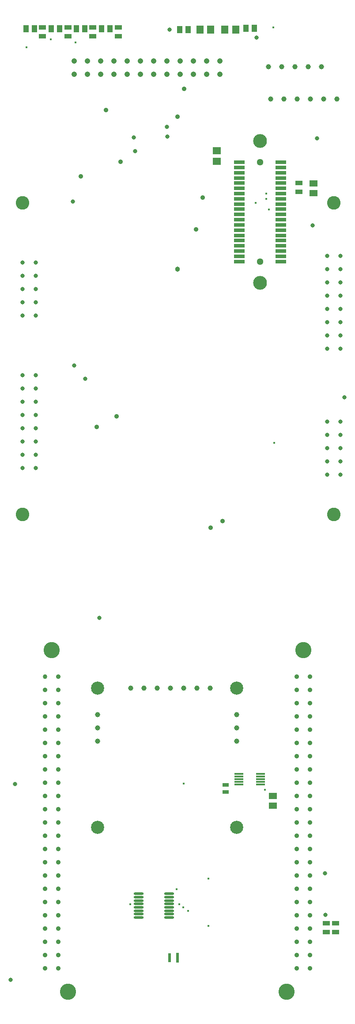
<source format=gbr>
G04 Layer_Color=16711935*
%FSLAX26Y26*%
%MOIN*%
%TF.FileFunction,Soldermask,Bot*%
%TF.Part,Single*%
G01*
G75*
%TA.AperFunction,SMDPad,CuDef*%
%ADD51R,0.053213X0.063055*%
%ADD52R,0.041402X0.057150*%
%ADD53R,0.023685X0.070929*%
%ADD54R,0.023685X0.074866*%
%ADD55R,0.059118X0.045339*%
%ADD56O,0.070929X0.015811*%
%ADD57O,0.076835X0.017779*%
%ADD58R,0.082740X0.028000*%
%ADD59R,0.063055X0.053213*%
%ADD60R,0.055181X0.037465*%
%ADD61R,0.047307X0.027622*%
%TA.AperFunction,ViaPad*%
%ADD62C,0.038000*%
%TA.AperFunction,ComponentPad*%
%ADD63C,0.039433*%
%TA.AperFunction,ViaPad*%
%ADD64C,0.102425*%
%ADD65C,0.099000*%
%TA.AperFunction,ComponentPad*%
%ADD66C,0.122110*%
%ADD67C,0.035496*%
%ADD68C,0.034000*%
%ADD69C,0.031953*%
%ADD70C,0.104000*%
%ADD71C,0.051000*%
%ADD72C,0.041402*%
%TA.AperFunction,ViaPad*%
%ADD73C,0.036000*%
%ADD74C,0.015811*%
%ADD75C,0.032000*%
D51*
X1421339Y3659000D02*
D03*
X1338661Y3659000D02*
D03*
X1608855Y3658677D02*
D03*
X1526179Y3658677D02*
D03*
D52*
X1251496Y3659000D02*
D03*
X1188504Y3659000D02*
D03*
X1749015Y3668676D02*
D03*
X1686023Y3668676D02*
D03*
X218504Y3664999D02*
D03*
X281496Y3664999D02*
D03*
X408504Y3664999D02*
D03*
X471496Y3664999D02*
D03*
X598504Y3664999D02*
D03*
X661496Y3664999D02*
D03*
X28504Y3665001D02*
D03*
X91496Y3665001D02*
D03*
D53*
X1110472Y-3341024D02*
D03*
D54*
X1169528Y-3342992D02*
D03*
D55*
X1890000Y-2122598D02*
D03*
X1890000Y-2197401D02*
D03*
X2195772Y2422725D02*
D03*
X2195772Y2497527D02*
D03*
D56*
X1795709Y-1955630D02*
D03*
X1795709Y-1975315D02*
D03*
X1795709Y-1995000D02*
D03*
X1795709Y-2014685D02*
D03*
X1795709Y-2034370D02*
D03*
X1634291Y-1955630D02*
D03*
X1634291Y-1975315D02*
D03*
X1634291Y-1995000D02*
D03*
X1634291Y-2014685D02*
D03*
X1634291Y-2034370D02*
D03*
D57*
X1106205Y-2859755D02*
D03*
X1106205Y-2885347D02*
D03*
X1106205Y-2910937D02*
D03*
X1106205Y-2936527D02*
D03*
X1106205Y-2962117D02*
D03*
X1106205Y-2987709D02*
D03*
X1106205Y-3013299D02*
D03*
X1106205Y-3038889D02*
D03*
X875889Y-2859755D02*
D03*
X875889Y-2885347D02*
D03*
X875889Y-2910937D02*
D03*
X875889Y-2936527D02*
D03*
X875889Y-2962117D02*
D03*
X875889Y-2987709D02*
D03*
X875889Y-3013299D02*
D03*
X875889Y-3038889D02*
D03*
D58*
X1636597Y2657260D02*
D03*
X1636597Y2617860D02*
D03*
X1636597Y2578460D02*
D03*
X1636597Y2539060D02*
D03*
X1636597Y2499660D02*
D03*
X1636597Y2460260D02*
D03*
X1636597Y2420860D02*
D03*
X1636597Y2381460D02*
D03*
X1636597Y2342060D02*
D03*
X1636597Y2302660D02*
D03*
X1636597Y2263260D02*
D03*
X1636597Y2223860D02*
D03*
X1636597Y2184460D02*
D03*
X1636597Y2145060D02*
D03*
X1636597Y2105660D02*
D03*
X1636597Y2066260D02*
D03*
X1636597Y2026860D02*
D03*
X1636597Y1987460D02*
D03*
X1636597Y1948060D02*
D03*
X1636597Y1908660D02*
D03*
X1951797Y2657260D02*
D03*
X1951797Y2617860D02*
D03*
X1951797Y2578460D02*
D03*
X1951797Y2539060D02*
D03*
X1951797Y2499660D02*
D03*
X1951797Y2460260D02*
D03*
X1951797Y2420860D02*
D03*
X1951797Y2381460D02*
D03*
X1951797Y2342060D02*
D03*
X1951797Y2302660D02*
D03*
X1951797Y2263260D02*
D03*
X1951797Y2223860D02*
D03*
X1951797Y2184460D02*
D03*
X1951797Y2145060D02*
D03*
X1951797Y2105660D02*
D03*
X1951797Y2066260D02*
D03*
X1951797Y2026860D02*
D03*
X1951797Y1987460D02*
D03*
X1951797Y1948060D02*
D03*
X1951797Y1908660D02*
D03*
D03*
D59*
X1467424Y2662881D02*
D03*
X1467424Y2745559D02*
D03*
D60*
X2085535Y2501465D02*
D03*
X2085535Y2434535D02*
D03*
X345000Y3673465D02*
D03*
X345000Y3606535D02*
D03*
X530000Y3673465D02*
D03*
X530000Y3606535D02*
D03*
X725000Y3673465D02*
D03*
X725000Y3606535D02*
D03*
X150000Y3673465D02*
D03*
X150000Y3606535D02*
D03*
X2294196Y-3081213D02*
D03*
X2294196Y-3148141D02*
D03*
X2365064Y-3148141D02*
D03*
X2365064Y-3081213D02*
D03*
D61*
X1532519Y-2038765D02*
D03*
X1532519Y-2093883D02*
D03*
D62*
X1170000Y1850000D02*
D03*
D63*
X2157519Y3378676D02*
D03*
X2057519Y3378676D02*
D03*
X1957519Y3378676D02*
D03*
X1857519Y3378676D02*
D03*
X2257519Y3378676D02*
D03*
X2371999Y3133000D02*
D03*
X2271999Y3133000D02*
D03*
X2171999Y3133000D02*
D03*
X2071999Y3133000D02*
D03*
X1971999Y3133000D02*
D03*
X1871999Y3133000D02*
D03*
X1218149Y-1308322D02*
D03*
X1418149Y-1308322D02*
D03*
X1318149Y-1308322D02*
D03*
X1118149Y-1308322D02*
D03*
X1018149Y-1308322D02*
D03*
X918149Y-1308322D02*
D03*
X818149Y-1308322D02*
D03*
X1618149Y-1708322D02*
D03*
X1618149Y-1608322D02*
D03*
X1618149Y-1508322D02*
D03*
X568149Y-1708322D02*
D03*
X568149Y-1608322D02*
D03*
X568149Y-1508322D02*
D03*
D64*
X0Y2350000D02*
D03*
X0Y0D02*
D03*
X2350000Y2350000D02*
D03*
X2350000Y0D02*
D03*
D65*
X568149Y-2358322D02*
D03*
X1618149Y-1308322D02*
D03*
X1618149Y-2358322D02*
D03*
X568149Y-1308322D02*
D03*
D66*
X220000Y-1022500D02*
D03*
X2120000Y-1022500D02*
D03*
X1995000Y-3597500D02*
D03*
X345000Y-3597500D02*
D03*
D67*
X270000Y-1222500D02*
D03*
X270000Y-1322500D02*
D03*
X270000Y-1422500D02*
D03*
X270000Y-1522500D02*
D03*
X270000Y-1622500D02*
D03*
X270000Y-1722500D02*
D03*
X270000Y-1822500D02*
D03*
X270000Y-1922500D02*
D03*
X270000Y-2022500D02*
D03*
X270000Y-2122500D02*
D03*
X270000Y-2222500D02*
D03*
X270000Y-2322500D02*
D03*
X270000Y-2422500D02*
D03*
X270000Y-2522500D02*
D03*
X270000Y-2622500D02*
D03*
X270000Y-2722500D02*
D03*
X270000Y-2822500D02*
D03*
X270000Y-2922500D02*
D03*
X270000Y-3022500D02*
D03*
X270000Y-3122500D02*
D03*
X270000Y-3222500D02*
D03*
X270000Y-3322500D02*
D03*
X270000Y-3422500D02*
D03*
X170000Y-1322500D02*
D03*
X170000Y-1422500D02*
D03*
X170000Y-1522500D02*
D03*
X170000Y-1622500D02*
D03*
X170000Y-1722500D02*
D03*
X170000Y-1822500D02*
D03*
X170000Y-1922500D02*
D03*
X170000Y-2022500D02*
D03*
X170000Y-2122500D02*
D03*
X170000Y-2222500D02*
D03*
X170000Y-2322500D02*
D03*
X170000Y-2422500D02*
D03*
X170000Y-2522500D02*
D03*
X170000Y-2622500D02*
D03*
X170000Y-2722500D02*
D03*
X170000Y-2822500D02*
D03*
X170000Y-2922500D02*
D03*
X170000Y-3022500D02*
D03*
X170000Y-3122500D02*
D03*
X170000Y-3222500D02*
D03*
X170000Y-3322500D02*
D03*
X170000Y-3422500D02*
D03*
X2070000Y-1222500D02*
D03*
X2170000Y-1222500D02*
D03*
X2170000Y-1322500D02*
D03*
X2170000Y-1422500D02*
D03*
X2170000Y-1522500D02*
D03*
X2170000Y-1622500D02*
D03*
X2170000Y-1722500D02*
D03*
X2170000Y-1822500D02*
D03*
X2170000Y-1922500D02*
D03*
X2170000Y-2022500D02*
D03*
X2170000Y-2122500D02*
D03*
X2170000Y-2222500D02*
D03*
X2170000Y-2322500D02*
D03*
X2170000Y-2422500D02*
D03*
X2170000Y-2522500D02*
D03*
X2170000Y-2622500D02*
D03*
X2170000Y-2722500D02*
D03*
X2170000Y-2822500D02*
D03*
X2170000Y-2922500D02*
D03*
X2170000Y-3022500D02*
D03*
X2170000Y-3122500D02*
D03*
X2170000Y-3222500D02*
D03*
X2170000Y-3322500D02*
D03*
X2170000Y-3422500D02*
D03*
X2070000Y-1322500D02*
D03*
X2070000Y-1422500D02*
D03*
X2070000Y-1522500D02*
D03*
X2070000Y-1622500D02*
D03*
X2070000Y-1722500D02*
D03*
X2070000Y-1822500D02*
D03*
X2070000Y-1922500D02*
D03*
X2070000Y-2022500D02*
D03*
X2070000Y-2122500D02*
D03*
X2070000Y-2222500D02*
D03*
X2070000Y-2322500D02*
D03*
X2070000Y-2422500D02*
D03*
X2070000Y-2522500D02*
D03*
X2070000Y-2622500D02*
D03*
X2070000Y-2722500D02*
D03*
X2070000Y-2822500D02*
D03*
X2070000Y-2922500D02*
D03*
X2070000Y-3022500D02*
D03*
X2070000Y-3122500D02*
D03*
X2070000Y-3222500D02*
D03*
X2070000Y-3322500D02*
D03*
X2070000Y-3422500D02*
D03*
D68*
X170000Y-1222500D02*
D03*
D69*
X100000Y350000D02*
D03*
X100000Y450000D02*
D03*
X100000Y550000D02*
D03*
X0Y350000D02*
D03*
X0Y450000D02*
D03*
X0Y550000D02*
D03*
X100000Y650000D02*
D03*
X100000Y750000D02*
D03*
X100000Y850000D02*
D03*
X100000Y950000D02*
D03*
X100000Y1050000D02*
D03*
X0Y650000D02*
D03*
X0Y750000D02*
D03*
X0Y850000D02*
D03*
X0Y950000D02*
D03*
X0Y1050000D02*
D03*
X2400000Y1250000D02*
D03*
X2400000Y1350000D02*
D03*
X2400000Y1450000D02*
D03*
X2300000Y1250000D02*
D03*
X2300000Y1350000D02*
D03*
X2300000Y1450000D02*
D03*
X2400000Y1550000D02*
D03*
X2400000Y1650000D02*
D03*
X2400000Y1750000D02*
D03*
X2400000Y1850000D02*
D03*
X2400000Y1950000D02*
D03*
X2300000Y1550000D02*
D03*
X2300000Y1650000D02*
D03*
X2300000Y1750000D02*
D03*
X2300000Y1850000D02*
D03*
X2300000Y1950000D02*
D03*
X2300000Y300000D02*
D03*
X2300000Y400000D02*
D03*
X2300000Y500000D02*
D03*
X2300000Y600000D02*
D03*
X2300000Y700000D02*
D03*
X2400000Y300000D02*
D03*
X2400000Y400000D02*
D03*
X2400000Y500000D02*
D03*
X2400000Y600000D02*
D03*
X2400000Y700000D02*
D03*
X0Y1500000D02*
D03*
X0Y1600000D02*
D03*
X0Y1700000D02*
D03*
X0Y1800000D02*
D03*
X0Y1900000D02*
D03*
X100000Y1500000D02*
D03*
X100000Y1600000D02*
D03*
X100000Y1700000D02*
D03*
X100000Y1800000D02*
D03*
X100000Y1900000D02*
D03*
D70*
X1794197Y1746760D02*
D03*
X1794197Y2819160D02*
D03*
D71*
X1794197Y2657260D02*
D03*
X1792597Y1908660D02*
D03*
D72*
X1390000Y3320000D02*
D03*
X1390000Y3420000D02*
D03*
X1290000Y3420000D02*
D03*
X1190000Y3420000D02*
D03*
X1090000Y3420000D02*
D03*
X990000Y3420000D02*
D03*
X890000Y3420000D02*
D03*
X790000Y3420000D02*
D03*
X690000Y3420000D02*
D03*
X590000Y3420000D02*
D03*
X490000Y3420000D02*
D03*
X390000Y3420000D02*
D03*
X1290000Y3320000D02*
D03*
X1190000Y3320000D02*
D03*
X1090000Y3320000D02*
D03*
X990000Y3320000D02*
D03*
X890000Y3320000D02*
D03*
X790000Y3320000D02*
D03*
X690000Y3320000D02*
D03*
X590000Y3320000D02*
D03*
X490000Y3320000D02*
D03*
X390000Y3320000D02*
D03*
X1490000Y3420000D02*
D03*
X1490000Y3320000D02*
D03*
D73*
X740000Y2660000D02*
D03*
X630000Y3050000D02*
D03*
X1510000Y-50000D02*
D03*
X710000Y740000D02*
D03*
X1420000Y-100000D02*
D03*
X560000Y660000D02*
D03*
X1220000Y3210000D02*
D03*
X1170000Y3000000D02*
D03*
X440000Y2550000D02*
D03*
X1310000Y2150000D02*
D03*
X1360000Y2390000D02*
D03*
D74*
X1900000Y540000D02*
D03*
X1840000Y2420000D02*
D03*
X215000Y3585000D02*
D03*
X1215000Y-2963000D02*
D03*
X1217000Y-2029000D02*
D03*
X1829630Y-2075307D02*
D03*
X1164276Y-2827276D02*
D03*
X1250890Y-2988693D02*
D03*
X813882Y-2937512D02*
D03*
X1404433Y-3101370D02*
D03*
X1404433Y-2744598D02*
D03*
X1183961Y-2937512D02*
D03*
X1840000Y2380000D02*
D03*
X1760000Y2350000D02*
D03*
X1860000Y2300000D02*
D03*
X1895000Y3675000D02*
D03*
X30000Y3525000D02*
D03*
X400000Y3560000D02*
D03*
D75*
X580000Y-780000D02*
D03*
X380000Y2360000D02*
D03*
X1110000Y3659000D02*
D03*
X1767519Y3598676D02*
D03*
X2222519Y2838676D02*
D03*
X2430000Y885000D02*
D03*
X-56000Y-2033000D02*
D03*
X-90000Y-3510000D02*
D03*
X2282386Y-2705228D02*
D03*
X2286323Y-3020189D02*
D03*
X1090000Y2925000D02*
D03*
X1095000Y2850000D02*
D03*
X2190000Y2180000D02*
D03*
X840000Y2843000D02*
D03*
X475000Y1025000D02*
D03*
X390000Y1125000D02*
D03*
X850000Y2740000D02*
D03*
%TF.MD5,e01c47770b3bd8ec825508d35697099e*%
M02*

</source>
